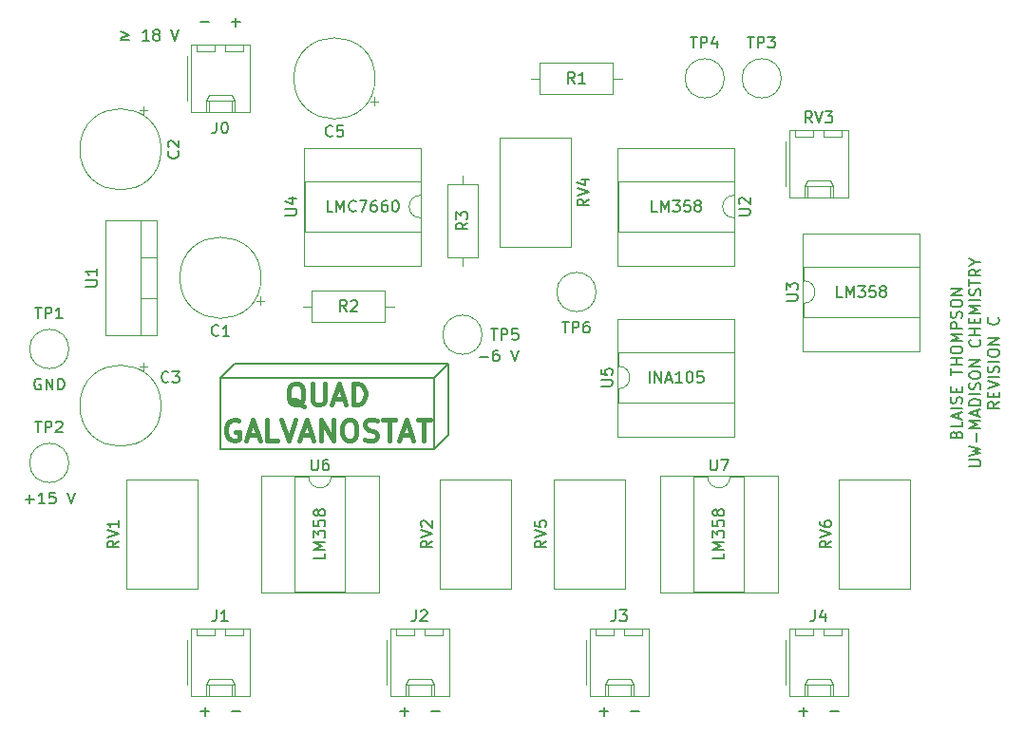
<source format=gbr>
From 30c90e7349294ab25481bf4996bca3b7374fb16f Mon Sep 17 00:00:00 2001
From: Blaise Thompson <blaise@untzag.com>
Date: Wed, 29 Jan 2020 16:14:24 -0600
Subject: 4.0.0

---
 PCB/gerber/galvanostat-F_SilkS.gbr | 2416 ------------------------------------
 1 file changed, 2416 deletions(-)
 delete mode 100644 PCB/gerber/galvanostat-F_SilkS.gbr

(limited to 'PCB/gerber/galvanostat-F_SilkS.gbr')

diff --git a/PCB/gerber/galvanostat-F_SilkS.gbr b/PCB/gerber/galvanostat-F_SilkS.gbr
deleted file mode 100644
index e7eb511..0000000
--- a/PCB/gerber/galvanostat-F_SilkS.gbr
+++ /dev/null
@@ -1,2416 +0,0 @@
-G04 #@! TF.GenerationSoftware,KiCad,Pcbnew,5.1.2+dfsg1-1*
-G04 #@! TF.CreationDate,2019-06-11T14:10:43-05:00*
-G04 #@! TF.ProjectId,galvanostat,67616c76-616e-46f7-9374-61742e6b6963,C*
-G04 #@! TF.SameCoordinates,Original*
-G04 #@! TF.FileFunction,Legend,Top*
-G04 #@! TF.FilePolarity,Positive*
-%FSLAX46Y46*%
-G04 Gerber Fmt 4.6, Leading zero omitted, Abs format (unit mm)*
-G04 Created by KiCad (PCBNEW 5.1.2+dfsg1-1) date 2019-06-11 14:10:43*
-%MOMM*%
-%LPD*%
-G04 APERTURE LIST*
-%ADD10C,0.150000*%
-%ADD11C,0.381000*%
-%ADD12C,0.120000*%
-G04 APERTURE END LIST*
-D10*
-X106680000Y-77470000D02*
-X107950000Y-76200000D01*
-X88900000Y-76200000D02*
-X87630000Y-77470000D01*
-X107950000Y-76200000D02*
-X88900000Y-76200000D01*
-X107950000Y-82550000D02*
-X107950000Y-76200000D01*
-X106680000Y-83820000D02*
-X107950000Y-82550000D01*
-X125889047Y-77922380D02*
-X125889047Y-76922380D01*
-X126365238Y-77922380D02*
-X126365238Y-76922380D01*
-X126936666Y-77922380D01*
-X126936666Y-76922380D01*
-X127365238Y-77636666D02*
-X127841428Y-77636666D01*
-X127270000Y-77922380D02*
-X127603333Y-76922380D01*
-X127936666Y-77922380D01*
-X128793809Y-77922380D02*
-X128222380Y-77922380D01*
-X128508095Y-77922380D02*
-X128508095Y-76922380D01*
-X128412857Y-77065238D01*
-X128317619Y-77160476D01*
-X128222380Y-77208095D01*
-X129412857Y-76922380D02*
-X129508095Y-76922380D01*
-X129603333Y-76970000D01*
-X129650952Y-77017619D01*
-X129698571Y-77112857D01*
-X129746190Y-77303333D01*
-X129746190Y-77541428D01*
-X129698571Y-77731904D01*
-X129650952Y-77827142D01*
-X129603333Y-77874761D01*
-X129508095Y-77922380D01*
-X129412857Y-77922380D01*
-X129317619Y-77874761D01*
-X129270000Y-77827142D01*
-X129222380Y-77731904D01*
-X129174761Y-77541428D01*
-X129174761Y-77303333D01*
-X129222380Y-77112857D01*
-X129270000Y-77017619D01*
-X129317619Y-76970000D01*
-X129412857Y-76922380D01*
-X130650952Y-76922380D02*
-X130174761Y-76922380D01*
-X130127142Y-77398571D01*
-X130174761Y-77350952D01*
-X130270000Y-77303333D01*
-X130508095Y-77303333D01*
-X130603333Y-77350952D01*
-X130650952Y-77398571D01*
-X130698571Y-77493809D01*
-X130698571Y-77731904D01*
-X130650952Y-77827142D01*
-X130603333Y-77874761D01*
-X130508095Y-77922380D01*
-X130270000Y-77922380D01*
-X130174761Y-77874761D01*
-X130127142Y-77827142D01*
-X97663333Y-62682380D02*
-X97187142Y-62682380D01*
-X97187142Y-61682380D01*
-X97996666Y-62682380D02*
-X97996666Y-61682380D01*
-X98330000Y-62396666D01*
-X98663333Y-61682380D01*
-X98663333Y-62682380D01*
-X99710952Y-62587142D02*
-X99663333Y-62634761D01*
-X99520476Y-62682380D01*
-X99425238Y-62682380D01*
-X99282380Y-62634761D01*
-X99187142Y-62539523D01*
-X99139523Y-62444285D01*
-X99091904Y-62253809D01*
-X99091904Y-62110952D01*
-X99139523Y-61920476D01*
-X99187142Y-61825238D01*
-X99282380Y-61730000D01*
-X99425238Y-61682380D01*
-X99520476Y-61682380D01*
-X99663333Y-61730000D01*
-X99710952Y-61777619D01*
-X100044285Y-61682380D02*
-X100710952Y-61682380D01*
-X100282380Y-62682380D01*
-X101520476Y-61682380D02*
-X101330000Y-61682380D01*
-X101234761Y-61730000D01*
-X101187142Y-61777619D01*
-X101091904Y-61920476D01*
-X101044285Y-62110952D01*
-X101044285Y-62491904D01*
-X101091904Y-62587142D01*
-X101139523Y-62634761D01*
-X101234761Y-62682380D01*
-X101425238Y-62682380D01*
-X101520476Y-62634761D01*
-X101568095Y-62587142D01*
-X101615714Y-62491904D01*
-X101615714Y-62253809D01*
-X101568095Y-62158571D01*
-X101520476Y-62110952D01*
-X101425238Y-62063333D01*
-X101234761Y-62063333D01*
-X101139523Y-62110952D01*
-X101091904Y-62158571D01*
-X101044285Y-62253809D01*
-X102472857Y-61682380D02*
-X102282380Y-61682380D01*
-X102187142Y-61730000D01*
-X102139523Y-61777619D01*
-X102044285Y-61920476D01*
-X101996666Y-62110952D01*
-X101996666Y-62491904D01*
-X102044285Y-62587142D01*
-X102091904Y-62634761D01*
-X102187142Y-62682380D01*
-X102377619Y-62682380D01*
-X102472857Y-62634761D01*
-X102520476Y-62587142D01*
-X102568095Y-62491904D01*
-X102568095Y-62253809D01*
-X102520476Y-62158571D01*
-X102472857Y-62110952D01*
-X102377619Y-62063333D01*
-X102187142Y-62063333D01*
-X102091904Y-62110952D01*
-X102044285Y-62158571D01*
-X101996666Y-62253809D01*
-X103187142Y-61682380D02*
-X103282380Y-61682380D01*
-X103377619Y-61730000D01*
-X103425238Y-61777619D01*
-X103472857Y-61872857D01*
-X103520476Y-62063333D01*
-X103520476Y-62301428D01*
-X103472857Y-62491904D01*
-X103425238Y-62587142D01*
-X103377619Y-62634761D01*
-X103282380Y-62682380D01*
-X103187142Y-62682380D01*
-X103091904Y-62634761D01*
-X103044285Y-62587142D01*
-X102996666Y-62491904D01*
-X102949047Y-62301428D01*
-X102949047Y-62063333D01*
-X102996666Y-61872857D01*
-X103044285Y-61777619D01*
-X103091904Y-61730000D01*
-X103187142Y-61682380D01*
-X143089523Y-70302380D02*
-X142613333Y-70302380D01*
-X142613333Y-69302380D01*
-X143422857Y-70302380D02*
-X143422857Y-69302380D01*
-X143756190Y-70016666D01*
-X144089523Y-69302380D01*
-X144089523Y-70302380D01*
-X144470476Y-69302380D02*
-X145089523Y-69302380D01*
-X144756190Y-69683333D01*
-X144899047Y-69683333D01*
-X144994285Y-69730952D01*
-X145041904Y-69778571D01*
-X145089523Y-69873809D01*
-X145089523Y-70111904D01*
-X145041904Y-70207142D01*
-X144994285Y-70254761D01*
-X144899047Y-70302380D01*
-X144613333Y-70302380D01*
-X144518095Y-70254761D01*
-X144470476Y-70207142D01*
-X145994285Y-69302380D02*
-X145518095Y-69302380D01*
-X145470476Y-69778571D01*
-X145518095Y-69730952D01*
-X145613333Y-69683333D01*
-X145851428Y-69683333D01*
-X145946666Y-69730952D01*
-X145994285Y-69778571D01*
-X146041904Y-69873809D01*
-X146041904Y-70111904D01*
-X145994285Y-70207142D01*
-X145946666Y-70254761D01*
-X145851428Y-70302380D01*
-X145613333Y-70302380D01*
-X145518095Y-70254761D01*
-X145470476Y-70207142D01*
-X146613333Y-69730952D02*
-X146518095Y-69683333D01*
-X146470476Y-69635714D01*
-X146422857Y-69540476D01*
-X146422857Y-69492857D01*
-X146470476Y-69397619D01*
-X146518095Y-69350000D01*
-X146613333Y-69302380D01*
-X146803809Y-69302380D01*
-X146899047Y-69350000D01*
-X146946666Y-69397619D01*
-X146994285Y-69492857D01*
-X146994285Y-69540476D01*
-X146946666Y-69635714D01*
-X146899047Y-69683333D01*
-X146803809Y-69730952D01*
-X146613333Y-69730952D01*
-X146518095Y-69778571D01*
-X146470476Y-69826190D01*
-X146422857Y-69921428D01*
-X146422857Y-70111904D01*
-X146470476Y-70207142D01*
-X146518095Y-70254761D01*
-X146613333Y-70302380D01*
-X146803809Y-70302380D01*
-X146899047Y-70254761D01*
-X146946666Y-70207142D01*
-X146994285Y-70111904D01*
-X146994285Y-69921428D01*
-X146946666Y-69826190D01*
-X146899047Y-69778571D01*
-X146803809Y-69730952D01*
-X126579523Y-62682380D02*
-X126103333Y-62682380D01*
-X126103333Y-61682380D01*
-X126912857Y-62682380D02*
-X126912857Y-61682380D01*
-X127246190Y-62396666D01*
-X127579523Y-61682380D01*
-X127579523Y-62682380D01*
-X127960476Y-61682380D02*
-X128579523Y-61682380D01*
-X128246190Y-62063333D01*
-X128389047Y-62063333D01*
-X128484285Y-62110952D01*
-X128531904Y-62158571D01*
-X128579523Y-62253809D01*
-X128579523Y-62491904D01*
-X128531904Y-62587142D01*
-X128484285Y-62634761D01*
-X128389047Y-62682380D01*
-X128103333Y-62682380D01*
-X128008095Y-62634761D01*
-X127960476Y-62587142D01*
-X129484285Y-61682380D02*
-X129008095Y-61682380D01*
-X128960476Y-62158571D01*
-X129008095Y-62110952D01*
-X129103333Y-62063333D01*
-X129341428Y-62063333D01*
-X129436666Y-62110952D01*
-X129484285Y-62158571D01*
-X129531904Y-62253809D01*
-X129531904Y-62491904D01*
-X129484285Y-62587142D01*
-X129436666Y-62634761D01*
-X129341428Y-62682380D01*
-X129103333Y-62682380D01*
-X129008095Y-62634761D01*
-X128960476Y-62587142D01*
-X130103333Y-62110952D02*
-X130008095Y-62063333D01*
-X129960476Y-62015714D01*
-X129912857Y-61920476D01*
-X129912857Y-61872857D01*
-X129960476Y-61777619D01*
-X130008095Y-61730000D01*
-X130103333Y-61682380D01*
-X130293809Y-61682380D01*
-X130389047Y-61730000D01*
-X130436666Y-61777619D01*
-X130484285Y-61872857D01*
-X130484285Y-61920476D01*
-X130436666Y-62015714D01*
-X130389047Y-62063333D01*
-X130293809Y-62110952D01*
-X130103333Y-62110952D01*
-X130008095Y-62158571D01*
-X129960476Y-62206190D01*
-X129912857Y-62301428D01*
-X129912857Y-62491904D01*
-X129960476Y-62587142D01*
-X130008095Y-62634761D01*
-X130103333Y-62682380D01*
-X130293809Y-62682380D01*
-X130389047Y-62634761D01*
-X130436666Y-62587142D01*
-X130484285Y-62491904D01*
-X130484285Y-62301428D01*
-X130436666Y-62206190D01*
-X130389047Y-62158571D01*
-X130293809Y-62110952D01*
-X96972380Y-93130476D02*
-X96972380Y-93606666D01*
-X95972380Y-93606666D01*
-X96972380Y-92797142D02*
-X95972380Y-92797142D01*
-X96686666Y-92463809D01*
-X95972380Y-92130476D01*
-X96972380Y-92130476D01*
-X95972380Y-91749523D02*
-X95972380Y-91130476D01*
-X96353333Y-91463809D01*
-X96353333Y-91320952D01*
-X96400952Y-91225714D01*
-X96448571Y-91178095D01*
-X96543809Y-91130476D01*
-X96781904Y-91130476D01*
-X96877142Y-91178095D01*
-X96924761Y-91225714D01*
-X96972380Y-91320952D01*
-X96972380Y-91606666D01*
-X96924761Y-91701904D01*
-X96877142Y-91749523D01*
-X95972380Y-90225714D02*
-X95972380Y-90701904D01*
-X96448571Y-90749523D01*
-X96400952Y-90701904D01*
-X96353333Y-90606666D01*
-X96353333Y-90368571D01*
-X96400952Y-90273333D01*
-X96448571Y-90225714D01*
-X96543809Y-90178095D01*
-X96781904Y-90178095D01*
-X96877142Y-90225714D01*
-X96924761Y-90273333D01*
-X96972380Y-90368571D01*
-X96972380Y-90606666D01*
-X96924761Y-90701904D01*
-X96877142Y-90749523D01*
-X96400952Y-89606666D02*
-X96353333Y-89701904D01*
-X96305714Y-89749523D01*
-X96210476Y-89797142D01*
-X96162857Y-89797142D01*
-X96067619Y-89749523D01*
-X96020000Y-89701904D01*
-X95972380Y-89606666D01*
-X95972380Y-89416190D01*
-X96020000Y-89320952D01*
-X96067619Y-89273333D01*
-X96162857Y-89225714D01*
-X96210476Y-89225714D01*
-X96305714Y-89273333D01*
-X96353333Y-89320952D01*
-X96400952Y-89416190D01*
-X96400952Y-89606666D01*
-X96448571Y-89701904D01*
-X96496190Y-89749523D01*
-X96591428Y-89797142D01*
-X96781904Y-89797142D01*
-X96877142Y-89749523D01*
-X96924761Y-89701904D01*
-X96972380Y-89606666D01*
-X96972380Y-89416190D01*
-X96924761Y-89320952D01*
-X96877142Y-89273333D01*
-X96781904Y-89225714D01*
-X96591428Y-89225714D01*
-X96496190Y-89273333D01*
-X96448571Y-89320952D01*
-X96400952Y-89416190D01*
-X132532380Y-93130476D02*
-X132532380Y-93606666D01*
-X131532380Y-93606666D01*
-X132532380Y-92797142D02*
-X131532380Y-92797142D01*
-X132246666Y-92463809D01*
-X131532380Y-92130476D01*
-X132532380Y-92130476D01*
-X131532380Y-91749523D02*
-X131532380Y-91130476D01*
-X131913333Y-91463809D01*
-X131913333Y-91320952D01*
-X131960952Y-91225714D01*
-X132008571Y-91178095D01*
-X132103809Y-91130476D01*
-X132341904Y-91130476D01*
-X132437142Y-91178095D01*
-X132484761Y-91225714D01*
-X132532380Y-91320952D01*
-X132532380Y-91606666D01*
-X132484761Y-91701904D01*
-X132437142Y-91749523D01*
-X131532380Y-90225714D02*
-X131532380Y-90701904D01*
-X132008571Y-90749523D01*
-X131960952Y-90701904D01*
-X131913333Y-90606666D01*
-X131913333Y-90368571D01*
-X131960952Y-90273333D01*
-X132008571Y-90225714D01*
-X132103809Y-90178095D01*
-X132341904Y-90178095D01*
-X132437142Y-90225714D01*
-X132484761Y-90273333D01*
-X132532380Y-90368571D01*
-X132532380Y-90606666D01*
-X132484761Y-90701904D01*
-X132437142Y-90749523D01*
-X131960952Y-89606666D02*
-X131913333Y-89701904D01*
-X131865714Y-89749523D01*
-X131770476Y-89797142D01*
-X131722857Y-89797142D01*
-X131627619Y-89749523D01*
-X131580000Y-89701904D01*
-X131532380Y-89606666D01*
-X131532380Y-89416190D01*
-X131580000Y-89320952D01*
-X131627619Y-89273333D01*
-X131722857Y-89225714D01*
-X131770476Y-89225714D01*
-X131865714Y-89273333D01*
-X131913333Y-89320952D01*
-X131960952Y-89416190D01*
-X131960952Y-89606666D01*
-X132008571Y-89701904D01*
-X132056190Y-89749523D01*
-X132151428Y-89797142D01*
-X132341904Y-89797142D01*
-X132437142Y-89749523D01*
-X132484761Y-89701904D01*
-X132532380Y-89606666D01*
-X132532380Y-89416190D01*
-X132484761Y-89320952D01*
-X132437142Y-89273333D01*
-X132341904Y-89225714D01*
-X132151428Y-89225714D01*
-X132056190Y-89273333D01*
-X132008571Y-89320952D01*
-X131960952Y-89416190D01*
-X142731904Y-107243571D02*
-X141970000Y-107243571D01*
-X139970000Y-107243571D02*
-X139208095Y-107243571D01*
-X139589047Y-106862619D02*
-X139589047Y-107624523D01*
-X124951904Y-107243571D02*
-X124190000Y-107243571D01*
-X122190000Y-107243571D02*
-X121428095Y-107243571D01*
-X121809047Y-106862619D02*
-X121809047Y-107624523D01*
-X107171904Y-107243571D02*
-X106410000Y-107243571D01*
-X104410000Y-107243571D02*
-X103648095Y-107243571D01*
-X104029047Y-106862619D02*
-X104029047Y-107624523D01*
-X89391904Y-107243571D02*
-X88630000Y-107243571D01*
-X86630000Y-107243571D02*
-X85868095Y-107243571D01*
-X86249047Y-106862619D02*
-X86249047Y-107624523D01*
-X78756190Y-47394761D02*
-X79518095Y-47394761D01*
-X78756190Y-47204285D02*
-X79518095Y-46918571D01*
-X78756190Y-46632857D01*
-X81280000Y-47442380D02*
-X80708571Y-47442380D01*
-X80994285Y-47442380D02*
-X80994285Y-46442380D01*
-X80899047Y-46585238D01*
-X80803809Y-46680476D01*
-X80708571Y-46728095D01*
-X81851428Y-46870952D02*
-X81756190Y-46823333D01*
-X81708571Y-46775714D01*
-X81660952Y-46680476D01*
-X81660952Y-46632857D01*
-X81708571Y-46537619D01*
-X81756190Y-46490000D01*
-X81851428Y-46442380D01*
-X82041904Y-46442380D01*
-X82137142Y-46490000D01*
-X82184761Y-46537619D01*
-X82232380Y-46632857D01*
-X82232380Y-46680476D01*
-X82184761Y-46775714D01*
-X82137142Y-46823333D01*
-X82041904Y-46870952D01*
-X81851428Y-46870952D01*
-X81756190Y-46918571D01*
-X81708571Y-46966190D01*
-X81660952Y-47061428D01*
-X81660952Y-47251904D01*
-X81708571Y-47347142D01*
-X81756190Y-47394761D01*
-X81851428Y-47442380D01*
-X82041904Y-47442380D01*
-X82137142Y-47394761D01*
-X82184761Y-47347142D01*
-X82232380Y-47251904D01*
-X82232380Y-47061428D01*
-X82184761Y-46966190D01*
-X82137142Y-46918571D01*
-X82041904Y-46870952D01*
-X83280000Y-46442380D02*
-X83613333Y-47442380D01*
-X83946666Y-46442380D01*
-X85868095Y-45791428D02*
-X86630000Y-45791428D01*
-X88630000Y-45791428D02*
-X89391904Y-45791428D01*
-X89010952Y-46172380D02*
-X89010952Y-45410476D01*
-X87630000Y-77470000D02*
-X87630000Y-83820000D01*
-X106680000Y-77470000D02*
-X87630000Y-77470000D01*
-X106680000Y-83820000D02*
-X106680000Y-77470000D01*
-X87630000Y-83820000D02*
-X106680000Y-83820000D01*
-D11*
-X95113928Y-80068964D02*
-X94932500Y-79978250D01*
-X94751071Y-79796821D01*
-X94478928Y-79524678D01*
-X94297500Y-79433964D01*
-X94116071Y-79433964D01*
-X94206785Y-79887535D02*
-X94025357Y-79796821D01*
-X93843928Y-79615392D01*
-X93753214Y-79252535D01*
-X93753214Y-78617535D01*
-X93843928Y-78254678D01*
-X94025357Y-78073250D01*
-X94206785Y-77982535D01*
-X94569642Y-77982535D01*
-X94751071Y-78073250D01*
-X94932500Y-78254678D01*
-X95023214Y-78617535D01*
-X95023214Y-79252535D01*
-X94932500Y-79615392D01*
-X94751071Y-79796821D01*
-X94569642Y-79887535D01*
-X94206785Y-79887535D01*
-X95839642Y-77982535D02*
-X95839642Y-79524678D01*
-X95930357Y-79706107D01*
-X96021071Y-79796821D01*
-X96202500Y-79887535D01*
-X96565357Y-79887535D01*
-X96746785Y-79796821D01*
-X96837500Y-79706107D01*
-X96928214Y-79524678D01*
-X96928214Y-77982535D01*
-X97744642Y-79343250D02*
-X98651785Y-79343250D01*
-X97563214Y-79887535D02*
-X98198214Y-77982535D01*
-X98833214Y-79887535D01*
-X99468214Y-79887535D02*
-X99468214Y-77982535D01*
-X99921785Y-77982535D01*
-X100193928Y-78073250D01*
-X100375357Y-78254678D01*
-X100466071Y-78436107D01*
-X100556785Y-78798964D01*
-X100556785Y-79071107D01*
-X100466071Y-79433964D01*
-X100375357Y-79615392D01*
-X100193928Y-79796821D01*
-X99921785Y-79887535D01*
-X99468214Y-79887535D01*
-X89262857Y-81311750D02*
-X89081428Y-81221035D01*
-X88809285Y-81221035D01*
-X88537142Y-81311750D01*
-X88355714Y-81493178D01*
-X88265000Y-81674607D01*
-X88174285Y-82037464D01*
-X88174285Y-82309607D01*
-X88265000Y-82672464D01*
-X88355714Y-82853892D01*
-X88537142Y-83035321D01*
-X88809285Y-83126035D01*
-X88990714Y-83126035D01*
-X89262857Y-83035321D01*
-X89353571Y-82944607D01*
-X89353571Y-82309607D01*
-X88990714Y-82309607D01*
-X90079285Y-82581750D02*
-X90986428Y-82581750D01*
-X89897857Y-83126035D02*
-X90532857Y-81221035D01*
-X91167857Y-83126035D01*
-X92710000Y-83126035D02*
-X91802857Y-83126035D01*
-X91802857Y-81221035D01*
-X93072857Y-81221035D02*
-X93707857Y-83126035D01*
-X94342857Y-81221035D01*
-X94887142Y-82581750D02*
-X95794285Y-82581750D01*
-X94705714Y-83126035D02*
-X95340714Y-81221035D01*
-X95975714Y-83126035D01*
-X96610714Y-83126035D02*
-X96610714Y-81221035D01*
-X97699285Y-83126035D01*
-X97699285Y-81221035D01*
-X98969285Y-81221035D02*
-X99332142Y-81221035D01*
-X99513571Y-81311750D01*
-X99695000Y-81493178D01*
-X99785714Y-81856035D01*
-X99785714Y-82491035D01*
-X99695000Y-82853892D01*
-X99513571Y-83035321D01*
-X99332142Y-83126035D01*
-X98969285Y-83126035D01*
-X98787857Y-83035321D01*
-X98606428Y-82853892D01*
-X98515714Y-82491035D01*
-X98515714Y-81856035D01*
-X98606428Y-81493178D01*
-X98787857Y-81311750D01*
-X98969285Y-81221035D01*
-X100511428Y-83035321D02*
-X100783571Y-83126035D01*
-X101237142Y-83126035D01*
-X101418571Y-83035321D01*
-X101509285Y-82944607D01*
-X101600000Y-82763178D01*
-X101600000Y-82581750D01*
-X101509285Y-82400321D01*
-X101418571Y-82309607D01*
-X101237142Y-82218892D01*
-X100874285Y-82128178D01*
-X100692857Y-82037464D01*
-X100602142Y-81946750D01*
-X100511428Y-81765321D01*
-X100511428Y-81583892D01*
-X100602142Y-81402464D01*
-X100692857Y-81311750D01*
-X100874285Y-81221035D01*
-X101327857Y-81221035D01*
-X101600000Y-81311750D01*
-X102144285Y-81221035D02*
-X103232857Y-81221035D01*
-X102688571Y-83126035D02*
-X102688571Y-81221035D01*
-X103777142Y-82581750D02*
-X104684285Y-82581750D01*
-X103595714Y-83126035D02*
-X104230714Y-81221035D01*
-X104865714Y-83126035D01*
-X105228571Y-81221035D02*
-X106317142Y-81221035D01*
-X105772857Y-83126035D02*
-X105772857Y-81221035D01*
-D10*
-X153218571Y-82533333D02*
-X153266190Y-82390476D01*
-X153313809Y-82342857D01*
-X153409047Y-82295238D01*
-X153551904Y-82295238D01*
-X153647142Y-82342857D01*
-X153694761Y-82390476D01*
-X153742380Y-82485714D01*
-X153742380Y-82866666D01*
-X152742380Y-82866666D01*
-X152742380Y-82533333D01*
-X152790000Y-82438095D01*
-X152837619Y-82390476D01*
-X152932857Y-82342857D01*
-X153028095Y-82342857D01*
-X153123333Y-82390476D01*
-X153170952Y-82438095D01*
-X153218571Y-82533333D01*
-X153218571Y-82866666D01*
-X153742380Y-81390476D02*
-X153742380Y-81866666D01*
-X152742380Y-81866666D01*
-X153456666Y-81104761D02*
-X153456666Y-80628571D01*
-X153742380Y-81200000D02*
-X152742380Y-80866666D01*
-X153742380Y-80533333D01*
-X153742380Y-80200000D02*
-X152742380Y-80200000D01*
-X153694761Y-79771428D02*
-X153742380Y-79628571D01*
-X153742380Y-79390476D01*
-X153694761Y-79295238D01*
-X153647142Y-79247619D01*
-X153551904Y-79200000D01*
-X153456666Y-79200000D01*
-X153361428Y-79247619D01*
-X153313809Y-79295238D01*
-X153266190Y-79390476D01*
-X153218571Y-79580952D01*
-X153170952Y-79676190D01*
-X153123333Y-79723809D01*
-X153028095Y-79771428D01*
-X152932857Y-79771428D01*
-X152837619Y-79723809D01*
-X152790000Y-79676190D01*
-X152742380Y-79580952D01*
-X152742380Y-79342857D01*
-X152790000Y-79200000D01*
-X153218571Y-78771428D02*
-X153218571Y-78438095D01*
-X153742380Y-78295238D02*
-X153742380Y-78771428D01*
-X152742380Y-78771428D01*
-X152742380Y-78295238D01*
-X152742380Y-77247619D02*
-X152742380Y-76676190D01*
-X153742380Y-76961904D02*
-X152742380Y-76961904D01*
-X153742380Y-76342857D02*
-X152742380Y-76342857D01*
-X153218571Y-76342857D02*
-X153218571Y-75771428D01*
-X153742380Y-75771428D02*
-X152742380Y-75771428D01*
-X152742380Y-75104761D02*
-X152742380Y-74914285D01*
-X152790000Y-74819047D01*
-X152885238Y-74723809D01*
-X153075714Y-74676190D01*
-X153409047Y-74676190D01*
-X153599523Y-74723809D01*
-X153694761Y-74819047D01*
-X153742380Y-74914285D01*
-X153742380Y-75104761D01*
-X153694761Y-75200000D01*
-X153599523Y-75295238D01*
-X153409047Y-75342857D01*
-X153075714Y-75342857D01*
-X152885238Y-75295238D01*
-X152790000Y-75200000D01*
-X152742380Y-75104761D01*
-X153742380Y-74247619D02*
-X152742380Y-74247619D01*
-X153456666Y-73914285D01*
-X152742380Y-73580952D01*
-X153742380Y-73580952D01*
-X153742380Y-73104761D02*
-X152742380Y-73104761D01*
-X152742380Y-72723809D01*
-X152790000Y-72628571D01*
-X152837619Y-72580952D01*
-X152932857Y-72533333D01*
-X153075714Y-72533333D01*
-X153170952Y-72580952D01*
-X153218571Y-72628571D01*
-X153266190Y-72723809D01*
-X153266190Y-73104761D01*
-X153694761Y-72152380D02*
-X153742380Y-72009523D01*
-X153742380Y-71771428D01*
-X153694761Y-71676190D01*
-X153647142Y-71628571D01*
-X153551904Y-71580952D01*
-X153456666Y-71580952D01*
-X153361428Y-71628571D01*
-X153313809Y-71676190D01*
-X153266190Y-71771428D01*
-X153218571Y-71961904D01*
-X153170952Y-72057142D01*
-X153123333Y-72104761D01*
-X153028095Y-72152380D01*
-X152932857Y-72152380D01*
-X152837619Y-72104761D01*
-X152790000Y-72057142D01*
-X152742380Y-71961904D01*
-X152742380Y-71723809D01*
-X152790000Y-71580952D01*
-X152742380Y-70961904D02*
-X152742380Y-70771428D01*
-X152790000Y-70676190D01*
-X152885238Y-70580952D01*
-X153075714Y-70533333D01*
-X153409047Y-70533333D01*
-X153599523Y-70580952D01*
-X153694761Y-70676190D01*
-X153742380Y-70771428D01*
-X153742380Y-70961904D01*
-X153694761Y-71057142D01*
-X153599523Y-71152380D01*
-X153409047Y-71200000D01*
-X153075714Y-71200000D01*
-X152885238Y-71152380D01*
-X152790000Y-71057142D01*
-X152742380Y-70961904D01*
-X153742380Y-70104761D02*
-X152742380Y-70104761D01*
-X153742380Y-69533333D01*
-X152742380Y-69533333D01*
-X154392380Y-85390476D02*
-X155201904Y-85390476D01*
-X155297142Y-85342857D01*
-X155344761Y-85295238D01*
-X155392380Y-85200000D01*
-X155392380Y-85009523D01*
-X155344761Y-84914285D01*
-X155297142Y-84866666D01*
-X155201904Y-84819047D01*
-X154392380Y-84819047D01*
-X154392380Y-84438095D02*
-X155392380Y-84200000D01*
-X154678095Y-84009523D01*
-X155392380Y-83819047D01*
-X154392380Y-83580952D01*
-X155011428Y-83200000D02*
-X155011428Y-82438095D01*
-X155392380Y-81961904D02*
-X154392380Y-81961904D01*
-X155106666Y-81628571D01*
-X154392380Y-81295238D01*
-X155392380Y-81295238D01*
-X155106666Y-80866666D02*
-X155106666Y-80390476D01*
-X155392380Y-80961904D02*
-X154392380Y-80628571D01*
-X155392380Y-80295238D01*
-X155392380Y-79961904D02*
-X154392380Y-79961904D01*
-X154392380Y-79723809D01*
-X154440000Y-79580952D01*
-X154535238Y-79485714D01*
-X154630476Y-79438095D01*
-X154820952Y-79390476D01*
-X154963809Y-79390476D01*
-X155154285Y-79438095D01*
-X155249523Y-79485714D01*
-X155344761Y-79580952D01*
-X155392380Y-79723809D01*
-X155392380Y-79961904D01*
-X155392380Y-78961904D02*
-X154392380Y-78961904D01*
-X155344761Y-78533333D02*
-X155392380Y-78390476D01*
-X155392380Y-78152380D01*
-X155344761Y-78057142D01*
-X155297142Y-78009523D01*
-X155201904Y-77961904D01*
-X155106666Y-77961904D01*
-X155011428Y-78009523D01*
-X154963809Y-78057142D01*
-X154916190Y-78152380D01*
-X154868571Y-78342857D01*
-X154820952Y-78438095D01*
-X154773333Y-78485714D01*
-X154678095Y-78533333D01*
-X154582857Y-78533333D01*
-X154487619Y-78485714D01*
-X154440000Y-78438095D01*
-X154392380Y-78342857D01*
-X154392380Y-78104761D01*
-X154440000Y-77961904D01*
-X154392380Y-77342857D02*
-X154392380Y-77152380D01*
-X154440000Y-77057142D01*
-X154535238Y-76961904D01*
-X154725714Y-76914285D01*
-X155059047Y-76914285D01*
-X155249523Y-76961904D01*
-X155344761Y-77057142D01*
-X155392380Y-77152380D01*
-X155392380Y-77342857D01*
-X155344761Y-77438095D01*
-X155249523Y-77533333D01*
-X155059047Y-77580952D01*
-X154725714Y-77580952D01*
-X154535238Y-77533333D01*
-X154440000Y-77438095D01*
-X154392380Y-77342857D01*
-X155392380Y-76485714D02*
-X154392380Y-76485714D01*
-X155392380Y-75914285D01*
-X154392380Y-75914285D01*
-X155297142Y-74104761D02*
-X155344761Y-74152380D01*
-X155392380Y-74295238D01*
-X155392380Y-74390476D01*
-X155344761Y-74533333D01*
-X155249523Y-74628571D01*
-X155154285Y-74676190D01*
-X154963809Y-74723809D01*
-X154820952Y-74723809D01*
-X154630476Y-74676190D01*
-X154535238Y-74628571D01*
-X154440000Y-74533333D01*
-X154392380Y-74390476D01*
-X154392380Y-74295238D01*
-X154440000Y-74152380D01*
-X154487619Y-74104761D01*
-X155392380Y-73676190D02*
-X154392380Y-73676190D01*
-X154868571Y-73676190D02*
-X154868571Y-73104761D01*
-X155392380Y-73104761D02*
-X154392380Y-73104761D01*
-X154868571Y-72628571D02*
-X154868571Y-72295238D01*
-X155392380Y-72152380D02*
-X155392380Y-72628571D01*
-X154392380Y-72628571D01*
-X154392380Y-72152380D01*
-X155392380Y-71723809D02*
-X154392380Y-71723809D01*
-X155106666Y-71390476D01*
-X154392380Y-71057142D01*
-X155392380Y-71057142D01*
-X155392380Y-70580952D02*
-X154392380Y-70580952D01*
-X155344761Y-70152380D02*
-X155392380Y-70009523D01*
-X155392380Y-69771428D01*
-X155344761Y-69676190D01*
-X155297142Y-69628571D01*
-X155201904Y-69580952D01*
-X155106666Y-69580952D01*
-X155011428Y-69628571D01*
-X154963809Y-69676190D01*
-X154916190Y-69771428D01*
-X154868571Y-69961904D01*
-X154820952Y-70057142D01*
-X154773333Y-70104761D01*
-X154678095Y-70152380D01*
-X154582857Y-70152380D01*
-X154487619Y-70104761D01*
-X154440000Y-70057142D01*
-X154392380Y-69961904D01*
-X154392380Y-69723809D01*
-X154440000Y-69580952D01*
-X154392380Y-69295238D02*
-X154392380Y-68723809D01*
-X155392380Y-69009523D02*
-X154392380Y-69009523D01*
-X155392380Y-67819047D02*
-X154916190Y-68152380D01*
-X155392380Y-68390476D02*
-X154392380Y-68390476D01*
-X154392380Y-68009523D01*
-X154440000Y-67914285D01*
-X154487619Y-67866666D01*
-X154582857Y-67819047D01*
-X154725714Y-67819047D01*
-X154820952Y-67866666D01*
-X154868571Y-67914285D01*
-X154916190Y-68009523D01*
-X154916190Y-68390476D01*
-X154916190Y-67200000D02*
-X155392380Y-67200000D01*
-X154392380Y-67533333D02*
-X154916190Y-67200000D01*
-X154392380Y-66866666D01*
-X157042380Y-79652380D02*
-X156566190Y-79985714D01*
-X157042380Y-80223809D02*
-X156042380Y-80223809D01*
-X156042380Y-79842857D01*
-X156090000Y-79747619D01*
-X156137619Y-79700000D01*
-X156232857Y-79652380D01*
-X156375714Y-79652380D01*
-X156470952Y-79700000D01*
-X156518571Y-79747619D01*
-X156566190Y-79842857D01*
-X156566190Y-80223809D01*
-X156518571Y-79223809D02*
-X156518571Y-78890476D01*
-X157042380Y-78747619D02*
-X157042380Y-79223809D01*
-X156042380Y-79223809D01*
-X156042380Y-78747619D01*
-X156042380Y-78461904D02*
-X157042380Y-78128571D01*
-X156042380Y-77795238D01*
-X157042380Y-77461904D02*
-X156042380Y-77461904D01*
-X156994761Y-77033333D02*
-X157042380Y-76890476D01*
-X157042380Y-76652380D01*
-X156994761Y-76557142D01*
-X156947142Y-76509523D01*
-X156851904Y-76461904D01*
-X156756666Y-76461904D01*
-X156661428Y-76509523D01*
-X156613809Y-76557142D01*
-X156566190Y-76652380D01*
-X156518571Y-76842857D01*
-X156470952Y-76938095D01*
-X156423333Y-76985714D01*
-X156328095Y-77033333D01*
-X156232857Y-77033333D01*
-X156137619Y-76985714D01*
-X156090000Y-76938095D01*
-X156042380Y-76842857D01*
-X156042380Y-76604761D01*
-X156090000Y-76461904D01*
-X157042380Y-76033333D02*
-X156042380Y-76033333D01*
-X156042380Y-75366666D02*
-X156042380Y-75176190D01*
-X156090000Y-75080952D01*
-X156185238Y-74985714D01*
-X156375714Y-74938095D01*
-X156709047Y-74938095D01*
-X156899523Y-74985714D01*
-X156994761Y-75080952D01*
-X157042380Y-75176190D01*
-X157042380Y-75366666D01*
-X156994761Y-75461904D01*
-X156899523Y-75557142D01*
-X156709047Y-75604761D01*
-X156375714Y-75604761D01*
-X156185238Y-75557142D01*
-X156090000Y-75461904D01*
-X156042380Y-75366666D01*
-X157042380Y-74509523D02*
-X156042380Y-74509523D01*
-X157042380Y-73938095D01*
-X156042380Y-73938095D01*
-X156947142Y-72128571D02*
-X156994761Y-72176190D01*
-X157042380Y-72319047D01*
-X157042380Y-72414285D01*
-X156994761Y-72557142D01*
-X156899523Y-72652380D01*
-X156804285Y-72700000D01*
-X156613809Y-72747619D01*
-X156470952Y-72747619D01*
-X156280476Y-72700000D01*
-X156185238Y-72652380D01*
-X156090000Y-72557142D01*
-X156042380Y-72414285D01*
-X156042380Y-72319047D01*
-X156090000Y-72176190D01*
-X156137619Y-72128571D01*
-X70247142Y-88336428D02*
-X71009047Y-88336428D01*
-X70628095Y-88717380D02*
-X70628095Y-87955476D01*
-X72009047Y-88717380D02*
-X71437619Y-88717380D01*
-X71723333Y-88717380D02*
-X71723333Y-87717380D01*
-X71628095Y-87860238D01*
-X71532857Y-87955476D01*
-X71437619Y-88003095D01*
-X72913809Y-87717380D02*
-X72437619Y-87717380D01*
-X72390000Y-88193571D01*
-X72437619Y-88145952D01*
-X72532857Y-88098333D01*
-X72770952Y-88098333D01*
-X72866190Y-88145952D01*
-X72913809Y-88193571D01*
-X72961428Y-88288809D01*
-X72961428Y-88526904D01*
-X72913809Y-88622142D01*
-X72866190Y-88669761D01*
-X72770952Y-88717380D01*
-X72532857Y-88717380D01*
-X72437619Y-88669761D01*
-X72390000Y-88622142D01*
-X74009047Y-87717380D02*
-X74342380Y-88717380D01*
-X74675714Y-87717380D01*
-X110728333Y-75636428D02*
-X111490238Y-75636428D01*
-X112395000Y-75017380D02*
-X112204523Y-75017380D01*
-X112109285Y-75065000D01*
-X112061666Y-75112619D01*
-X111966428Y-75255476D01*
-X111918809Y-75445952D01*
-X111918809Y-75826904D01*
-X111966428Y-75922142D01*
-X112014047Y-75969761D01*
-X112109285Y-76017380D01*
-X112299761Y-76017380D01*
-X112395000Y-75969761D01*
-X112442619Y-75922142D01*
-X112490238Y-75826904D01*
-X112490238Y-75588809D01*
-X112442619Y-75493571D01*
-X112395000Y-75445952D01*
-X112299761Y-75398333D01*
-X112109285Y-75398333D01*
-X112014047Y-75445952D01*
-X111966428Y-75493571D01*
-X111918809Y-75588809D01*
-X113537857Y-75017380D02*
-X113871190Y-76017380D01*
-X114204523Y-75017380D01*
-X71628095Y-77605000D02*
-X71532857Y-77557380D01*
-X71390000Y-77557380D01*
-X71247142Y-77605000D01*
-X71151904Y-77700238D01*
-X71104285Y-77795476D01*
-X71056666Y-77985952D01*
-X71056666Y-78128809D01*
-X71104285Y-78319285D01*
-X71151904Y-78414523D01*
-X71247142Y-78509761D01*
-X71390000Y-78557380D01*
-X71485238Y-78557380D01*
-X71628095Y-78509761D01*
-X71675714Y-78462142D01*
-X71675714Y-78128809D01*
-X71485238Y-78128809D01*
-X72104285Y-78557380D02*
-X72104285Y-77557380D01*
-X72675714Y-78557380D01*
-X72675714Y-77557380D01*
-X73151904Y-78557380D02*
-X73151904Y-77557380D01*
-X73390000Y-77557380D01*
-X73532857Y-77605000D01*
-X73628095Y-77700238D01*
-X73675714Y-77795476D01*
-X73723333Y-77985952D01*
-X73723333Y-78128809D01*
-X73675714Y-78319285D01*
-X73628095Y-78414523D01*
-X73532857Y-78509761D01*
-X73390000Y-78557380D01*
-X73151904Y-78557380D01*
-D12*
-X125260000Y-100440000D02*
-X125260000Y-99840000D01*
-X123660000Y-100440000D02*
-X125260000Y-100440000D01*
-X123660000Y-99840000D02*
-X123660000Y-100440000D01*
-X122720000Y-100440000D02*
-X122720000Y-99840000D01*
-X121120000Y-100440000D02*
-X122720000Y-100440000D01*
-X121120000Y-99840000D02*
-X121120000Y-100440000D01*
-X124210000Y-105860000D02*
-X124210000Y-104860000D01*
-X122170000Y-105860000D02*
-X122170000Y-104860000D01*
-X124210000Y-104330000D02*
-X124460000Y-104860000D01*
-X122170000Y-104330000D02*
-X124210000Y-104330000D01*
-X121920000Y-104860000D02*
-X122170000Y-104330000D01*
-X124460000Y-104860000D02*
-X124460000Y-105860000D01*
-X121920000Y-104860000D02*
-X124460000Y-104860000D01*
-X121920000Y-105860000D02*
-X121920000Y-104860000D01*
-X120250000Y-100870000D02*
-X120250000Y-104870000D01*
-X125840000Y-99840000D02*
-X120540000Y-99840000D01*
-X125840000Y-105860000D02*
-X125840000Y-99840000D01*
-X120540000Y-105860000D02*
-X125840000Y-105860000D01*
-X120540000Y-99840000D02*
-X120540000Y-105860000D01*
-X137330000Y-86240000D02*
-X126830000Y-86240000D01*
-X137330000Y-96640000D02*
-X137330000Y-86240000D01*
-X126830000Y-96640000D02*
-X137330000Y-96640000D01*
-X126830000Y-86240000D02*
-X126830000Y-96640000D01*
-X134330000Y-86300000D02*
-X133080000Y-86300000D01*
-X134330000Y-96580000D02*
-X134330000Y-86300000D01*
-X129830000Y-96580000D02*
-X134330000Y-96580000D01*
-X129830000Y-86300000D02*
-X129830000Y-96580000D01*
-X131080000Y-86300000D02*
-X129830000Y-86300000D01*
-X133080000Y-86300000D02*
-G75*
-G02X131080000Y-86300000I-1000000J0D01*
-G01*
-X142750000Y-86555000D02*
-X149090000Y-86555000D01*
-X142750000Y-96325000D02*
-X149090000Y-96325000D01*
-X149090000Y-96325000D02*
-X149090000Y-86555000D01*
-X142750000Y-96325000D02*
-X142750000Y-86555000D01*
-X117350000Y-86555000D02*
-X123690000Y-86555000D01*
-X117350000Y-96325000D02*
-X123690000Y-96325000D01*
-X123690000Y-96325000D02*
-X123690000Y-86555000D01*
-X117350000Y-96325000D02*
-X117350000Y-86555000D01*
-X143040000Y-100440000D02*
-X143040000Y-99840000D01*
-X141440000Y-100440000D02*
-X143040000Y-100440000D01*
-X141440000Y-99840000D02*
-X141440000Y-100440000D01*
-X140500000Y-100440000D02*
-X140500000Y-99840000D01*
-X138900000Y-100440000D02*
-X140500000Y-100440000D01*
-X138900000Y-99840000D02*
-X138900000Y-100440000D01*
-X141990000Y-105860000D02*
-X141990000Y-104860000D01*
-X139950000Y-105860000D02*
-X139950000Y-104860000D01*
-X141990000Y-104330000D02*
-X142240000Y-104860000D01*
-X139950000Y-104330000D02*
-X141990000Y-104330000D01*
-X139700000Y-104860000D02*
-X139950000Y-104330000D01*
-X142240000Y-104860000D02*
-X142240000Y-105860000D01*
-X139700000Y-104860000D02*
-X142240000Y-104860000D01*
-X139700000Y-105860000D02*
-X139700000Y-104860000D01*
-X138030000Y-100870000D02*
-X138030000Y-104870000D01*
-X143620000Y-99840000D02*
-X138320000Y-99840000D01*
-X143620000Y-105860000D02*
-X143620000Y-99840000D01*
-X138320000Y-105860000D02*
-X143620000Y-105860000D01*
-X138320000Y-99840000D02*
-X138320000Y-105860000D01*
-X105530000Y-67480000D02*
-X105530000Y-56980000D01*
-X95130000Y-67480000D02*
-X105530000Y-67480000D01*
-X95130000Y-56980000D02*
-X95130000Y-67480000D01*
-X105530000Y-56980000D02*
-X95130000Y-56980000D01*
-X105470000Y-64480000D02*
-X105470000Y-63230000D01*
-X95190000Y-64480000D02*
-X105470000Y-64480000D01*
-X95190000Y-59980000D02*
-X95190000Y-64480000D01*
-X105470000Y-59980000D02*
-X95190000Y-59980000D01*
-X105470000Y-61230000D02*
-X105470000Y-59980000D01*
-X105470000Y-63230000D02*
-G75*
-G02X105470000Y-61230000I0J1000000D01*
-G01*
-X82360000Y-57130000D02*
-G75*
-G03X82360000Y-57130000I-3620000J0D01*
-G01*
-X80775000Y-53255277D02*
-X80775000Y-53955277D01*
-X81125000Y-53605277D02*
-X80425000Y-53605277D01*
-X81125000Y-76465277D02*
-X80425000Y-76465277D01*
-X80775000Y-76115277D02*
-X80775000Y-76815277D01*
-X82360000Y-79990000D02*
-G75*
-G03X82360000Y-79990000I-3620000J0D01*
-G01*
-X107190000Y-86555000D02*
-X113530000Y-86555000D01*
-X107190000Y-96325000D02*
-X113530000Y-96325000D01*
-X113530000Y-96325000D02*
-X113530000Y-86555000D01*
-X107190000Y-96325000D02*
-X107190000Y-86555000D01*
-X79250000Y-96325000D02*
-X79250000Y-86555000D01*
-X85590000Y-96325000D02*
-X85590000Y-86555000D01*
-X79250000Y-96325000D02*
-X85590000Y-96325000D01*
-X79250000Y-86555000D02*
-X85590000Y-86555000D01*
-X101430000Y-50800000D02*
-G75*
-G03X101430000Y-50800000I-3620000J0D01*
-G01*
-X101684723Y-52835000D02*
-X100984723Y-52835000D01*
-X101334723Y-53185000D02*
-X101334723Y-52485000D01*
-X118870000Y-56075000D02*
-X118870000Y-65845000D01*
-X112530000Y-56075000D02*
-X112530000Y-65845000D01*
-X118870000Y-56075000D02*
-X112530000Y-56075000D01*
-X118870000Y-65845000D02*
-X112530000Y-65845000D01*
-X89700000Y-48370000D02*
-X89700000Y-47770000D01*
-X88100000Y-48370000D02*
-X89700000Y-48370000D01*
-X88100000Y-47770000D02*
-X88100000Y-48370000D01*
-X87160000Y-48370000D02*
-X87160000Y-47770000D01*
-X85560000Y-48370000D02*
-X87160000Y-48370000D01*
-X85560000Y-47770000D02*
-X85560000Y-48370000D01*
-X88650000Y-53790000D02*
-X88650000Y-52790000D01*
-X86610000Y-53790000D02*
-X86610000Y-52790000D01*
-X88650000Y-52260000D02*
-X88900000Y-52790000D01*
-X86610000Y-52260000D02*
-X88650000Y-52260000D01*
-X86360000Y-52790000D02*
-X86610000Y-52260000D01*
-X88900000Y-52790000D02*
-X88900000Y-53790000D01*
-X86360000Y-52790000D02*
-X88900000Y-52790000D01*
-X86360000Y-53790000D02*
-X86360000Y-52790000D01*
-X84690000Y-48800000D02*
-X84690000Y-52800000D01*
-X90280000Y-47770000D02*
-X84980000Y-47770000D01*
-X90280000Y-53790000D02*
-X90280000Y-47770000D01*
-X84980000Y-53790000D02*
-X90280000Y-53790000D01*
-X84980000Y-47770000D02*
-X84980000Y-53790000D01*
-X84980000Y-99840000D02*
-X84980000Y-105860000D01*
-X84980000Y-105860000D02*
-X90280000Y-105860000D01*
-X90280000Y-105860000D02*
-X90280000Y-99840000D01*
-X90280000Y-99840000D02*
-X84980000Y-99840000D01*
-X84690000Y-100870000D02*
-X84690000Y-104870000D01*
-X86360000Y-105860000D02*
-X86360000Y-104860000D01*
-X86360000Y-104860000D02*
-X88900000Y-104860000D01*
-X88900000Y-104860000D02*
-X88900000Y-105860000D01*
-X86360000Y-104860000D02*
-X86610000Y-104330000D01*
-X86610000Y-104330000D02*
-X88650000Y-104330000D01*
-X88650000Y-104330000D02*
-X88900000Y-104860000D01*
-X86610000Y-105860000D02*
-X86610000Y-104860000D01*
-X88650000Y-105860000D02*
-X88650000Y-104860000D01*
-X85560000Y-99840000D02*
-X85560000Y-100440000D01*
-X85560000Y-100440000D02*
-X87160000Y-100440000D01*
-X87160000Y-100440000D02*
-X87160000Y-99840000D01*
-X88100000Y-99840000D02*
-X88100000Y-100440000D01*
-X88100000Y-100440000D02*
-X89700000Y-100440000D01*
-X89700000Y-100440000D02*
-X89700000Y-99840000D01*
-X102760000Y-99840000D02*
-X102760000Y-105860000D01*
-X102760000Y-105860000D02*
-X108060000Y-105860000D01*
-X108060000Y-105860000D02*
-X108060000Y-99840000D01*
-X108060000Y-99840000D02*
-X102760000Y-99840000D01*
-X102470000Y-100870000D02*
-X102470000Y-104870000D01*
-X104140000Y-105860000D02*
-X104140000Y-104860000D01*
-X104140000Y-104860000D02*
-X106680000Y-104860000D01*
-X106680000Y-104860000D02*
-X106680000Y-105860000D01*
-X104140000Y-104860000D02*
-X104390000Y-104330000D01*
-X104390000Y-104330000D02*
-X106430000Y-104330000D01*
-X106430000Y-104330000D02*
-X106680000Y-104860000D01*
-X104390000Y-105860000D02*
-X104390000Y-104860000D01*
-X106430000Y-105860000D02*
-X106430000Y-104860000D01*
-X103340000Y-99840000D02*
-X103340000Y-100440000D01*
-X103340000Y-100440000D02*
-X104940000Y-100440000D01*
-X104940000Y-100440000D02*
-X104940000Y-99840000D01*
-X105880000Y-99840000D02*
-X105880000Y-100440000D01*
-X105880000Y-100440000D02*
-X107480000Y-100440000D01*
-X107480000Y-100440000D02*
-X107480000Y-99840000D01*
-X143040000Y-55990000D02*
-X143040000Y-55390000D01*
-X141440000Y-55990000D02*
-X143040000Y-55990000D01*
-X141440000Y-55390000D02*
-X141440000Y-55990000D01*
-X140500000Y-55990000D02*
-X140500000Y-55390000D01*
-X138900000Y-55990000D02*
-X140500000Y-55990000D01*
-X138900000Y-55390000D02*
-X138900000Y-55990000D01*
-X141990000Y-61410000D02*
-X141990000Y-60410000D01*
-X139950000Y-61410000D02*
-X139950000Y-60410000D01*
-X141990000Y-59880000D02*
-X142240000Y-60410000D01*
-X139950000Y-59880000D02*
-X141990000Y-59880000D01*
-X139700000Y-60410000D02*
-X139950000Y-59880000D01*
-X142240000Y-60410000D02*
-X142240000Y-61410000D01*
-X139700000Y-60410000D02*
-X142240000Y-60410000D01*
-X139700000Y-61410000D02*
-X139700000Y-60410000D01*
-X138030000Y-56420000D02*
-X138030000Y-60420000D01*
-X143620000Y-55390000D02*
-X138320000Y-55390000D01*
-X143620000Y-61410000D02*
-X143620000Y-55390000D01*
-X138320000Y-61410000D02*
-X143620000Y-61410000D01*
-X138320000Y-55390000D02*
-X138320000Y-61410000D01*
-X91270000Y-68580000D02*
-G75*
-G03X91270000Y-68580000I-3620000J0D01*
-G01*
-X91524723Y-70615000D02*
-X90824723Y-70615000D01*
-X91174723Y-70965000D02*
-X91174723Y-70265000D01*
-X116110000Y-49430000D02*
-X116110000Y-52170000D01*
-X116110000Y-52170000D02*
-X122650000Y-52170000D01*
-X122650000Y-52170000D02*
-X122650000Y-49430000D01*
-X122650000Y-49430000D02*
-X116110000Y-49430000D01*
-X115340000Y-50800000D02*
-X116110000Y-50800000D01*
-X123420000Y-50800000D02*
-X122650000Y-50800000D01*
-X82010000Y-63460000D02*
-X82010000Y-73700000D01*
-X77369000Y-63460000D02*
-X77369000Y-73700000D01*
-X82010000Y-63460000D02*
-X77369000Y-63460000D01*
-X82010000Y-73700000D02*
-X77369000Y-73700000D01*
-X80500000Y-63460000D02*
-X80500000Y-73700000D01*
-X82010000Y-66730000D02*
-X80500000Y-66730000D01*
-X82010000Y-70431000D02*
-X80500000Y-70431000D01*
-X133410000Y-63230000D02*
-G75*
-G02X133410000Y-61230000I0J1000000D01*
-G01*
-X133410000Y-61230000D02*
-X133410000Y-59980000D01*
-X133410000Y-59980000D02*
-X123130000Y-59980000D01*
-X123130000Y-59980000D02*
-X123130000Y-64480000D01*
-X123130000Y-64480000D02*
-X133410000Y-64480000D01*
-X133410000Y-64480000D02*
-X133410000Y-63230000D01*
-X133470000Y-56980000D02*
-X123070000Y-56980000D01*
-X123070000Y-56980000D02*
-X123070000Y-67480000D01*
-X123070000Y-67480000D02*
-X133470000Y-67480000D01*
-X133470000Y-67480000D02*
-X133470000Y-56980000D01*
-X139580000Y-64600000D02*
-X139580000Y-75100000D01*
-X149980000Y-64600000D02*
-X139580000Y-64600000D01*
-X149980000Y-75100000D02*
-X149980000Y-64600000D01*
-X139580000Y-75100000D02*
-X149980000Y-75100000D01*
-X139640000Y-67600000D02*
-X139640000Y-68850000D01*
-X149920000Y-67600000D02*
-X139640000Y-67600000D01*
-X149920000Y-72100000D02*
-X149920000Y-67600000D01*
-X139640000Y-72100000D02*
-X149920000Y-72100000D01*
-X139640000Y-70850000D02*
-X139640000Y-72100000D01*
-X139640000Y-68850000D02*
-G75*
-G02X139640000Y-70850000I0J-1000000D01*
-G01*
-X123130000Y-76470000D02*
-G75*
-G02X123130000Y-78470000I0J-1000000D01*
-G01*
-X123130000Y-78470000D02*
-X123130000Y-79720000D01*
-X123130000Y-79720000D02*
-X133410000Y-79720000D01*
-X133410000Y-79720000D02*
-X133410000Y-75220000D01*
-X133410000Y-75220000D02*
-X123130000Y-75220000D01*
-X123130000Y-75220000D02*
-X123130000Y-76470000D01*
-X123070000Y-82720000D02*
-X133470000Y-82720000D01*
-X133470000Y-82720000D02*
-X133470000Y-72220000D01*
-X133470000Y-72220000D02*
-X123070000Y-72220000D01*
-X123070000Y-72220000D02*
-X123070000Y-82720000D01*
-X97520000Y-86300000D02*
-G75*
-G02X95520000Y-86300000I-1000000J0D01*
-G01*
-X95520000Y-86300000D02*
-X94270000Y-86300000D01*
-X94270000Y-86300000D02*
-X94270000Y-96580000D01*
-X94270000Y-96580000D02*
-X98770000Y-96580000D01*
-X98770000Y-96580000D02*
-X98770000Y-86300000D01*
-X98770000Y-86300000D02*
-X97520000Y-86300000D01*
-X91270000Y-86240000D02*
-X91270000Y-96640000D01*
-X91270000Y-96640000D02*
-X101770000Y-96640000D01*
-X101770000Y-96640000D02*
-X101770000Y-86240000D01*
-X101770000Y-86240000D02*
-X91270000Y-86240000D01*
-X74140000Y-74930000D02*
-G75*
-G03X74140000Y-74930000I-1750000J0D01*
-G01*
-X74140000Y-85090000D02*
-G75*
-G03X74140000Y-85090000I-1750000J0D01*
-G01*
-X137640000Y-50800000D02*
-G75*
-G03X137640000Y-50800000I-1750000J0D01*
-G01*
-X132560000Y-50800000D02*
-G75*
-G03X132560000Y-50800000I-1750000J0D01*
-G01*
-X110970000Y-73660000D02*
-G75*
-G03X110970000Y-73660000I-1750000J0D01*
-G01*
-X121130000Y-69850000D02*
-G75*
-G03X121130000Y-69850000I-1750000J0D01*
-G01*
-X95020000Y-71120000D02*
-X95790000Y-71120000D01*
-X103100000Y-71120000D02*
-X102330000Y-71120000D01*
-X95790000Y-72490000D02*
-X102330000Y-72490000D01*
-X95790000Y-69750000D02*
-X95790000Y-72490000D01*
-X102330000Y-69750000D02*
-X95790000Y-69750000D01*
-X102330000Y-72490000D02*
-X102330000Y-69750000D01*
-X107850000Y-66770000D02*
-X110590000Y-66770000D01*
-X110590000Y-66770000D02*
-X110590000Y-60230000D01*
-X110590000Y-60230000D02*
-X107850000Y-60230000D01*
-X107850000Y-60230000D02*
-X107850000Y-66770000D01*
-X109220000Y-67540000D02*
-X109220000Y-66770000D01*
-X109220000Y-59460000D02*
-X109220000Y-60230000D01*
-D10*
-X122856666Y-98202380D02*
-X122856666Y-98916666D01*
-X122809047Y-99059523D01*
-X122713809Y-99154761D01*
-X122570952Y-99202380D01*
-X122475714Y-99202380D01*
-X123237619Y-98202380D02*
-X123856666Y-98202380D01*
-X123523333Y-98583333D01*
-X123666190Y-98583333D01*
-X123761428Y-98630952D01*
-X123809047Y-98678571D01*
-X123856666Y-98773809D01*
-X123856666Y-99011904D01*
-X123809047Y-99107142D01*
-X123761428Y-99154761D01*
-X123666190Y-99202380D01*
-X123380476Y-99202380D01*
-X123285238Y-99154761D01*
-X123237619Y-99107142D01*
-X131318095Y-84752380D02*
-X131318095Y-85561904D01*
-X131365714Y-85657142D01*
-X131413333Y-85704761D01*
-X131508571Y-85752380D01*
-X131699047Y-85752380D01*
-X131794285Y-85704761D01*
-X131841904Y-85657142D01*
-X131889523Y-85561904D01*
-X131889523Y-84752380D01*
-X132270476Y-84752380D02*
-X132937142Y-84752380D01*
-X132508571Y-85752380D01*
-X142072380Y-92035238D02*
-X141596190Y-92368571D01*
-X142072380Y-92606666D02*
-X141072380Y-92606666D01*
-X141072380Y-92225714D01*
-X141120000Y-92130476D01*
-X141167619Y-92082857D01*
-X141262857Y-92035238D01*
-X141405714Y-92035238D01*
-X141500952Y-92082857D01*
-X141548571Y-92130476D01*
-X141596190Y-92225714D01*
-X141596190Y-92606666D01*
-X141072380Y-91749523D02*
-X142072380Y-91416190D01*
-X141072380Y-91082857D01*
-X141072380Y-90320952D02*
-X141072380Y-90511428D01*
-X141120000Y-90606666D01*
-X141167619Y-90654285D01*
-X141310476Y-90749523D01*
-X141500952Y-90797142D01*
-X141881904Y-90797142D01*
-X141977142Y-90749523D01*
-X142024761Y-90701904D01*
-X142072380Y-90606666D01*
-X142072380Y-90416190D01*
-X142024761Y-90320952D01*
-X141977142Y-90273333D01*
-X141881904Y-90225714D01*
-X141643809Y-90225714D01*
-X141548571Y-90273333D01*
-X141500952Y-90320952D01*
-X141453333Y-90416190D01*
-X141453333Y-90606666D01*
-X141500952Y-90701904D01*
-X141548571Y-90749523D01*
-X141643809Y-90797142D01*
-X116672380Y-92035238D02*
-X116196190Y-92368571D01*
-X116672380Y-92606666D02*
-X115672380Y-92606666D01*
-X115672380Y-92225714D01*
-X115720000Y-92130476D01*
-X115767619Y-92082857D01*
-X115862857Y-92035238D01*
-X116005714Y-92035238D01*
-X116100952Y-92082857D01*
-X116148571Y-92130476D01*
-X116196190Y-92225714D01*
-X116196190Y-92606666D01*
-X115672380Y-91749523D02*
-X116672380Y-91416190D01*
-X115672380Y-91082857D01*
-X115672380Y-90273333D02*
-X115672380Y-90749523D01*
-X116148571Y-90797142D01*
-X116100952Y-90749523D01*
-X116053333Y-90654285D01*
-X116053333Y-90416190D01*
-X116100952Y-90320952D01*
-X116148571Y-90273333D01*
-X116243809Y-90225714D01*
-X116481904Y-90225714D01*
-X116577142Y-90273333D01*
-X116624761Y-90320952D01*
-X116672380Y-90416190D01*
-X116672380Y-90654285D01*
-X116624761Y-90749523D01*
-X116577142Y-90797142D01*
-X140636666Y-98202380D02*
-X140636666Y-98916666D01*
-X140589047Y-99059523D01*
-X140493809Y-99154761D01*
-X140350952Y-99202380D01*
-X140255714Y-99202380D01*
-X141541428Y-98535714D02*
-X141541428Y-99202380D01*
-X141303333Y-98154761D02*
-X141065238Y-98869047D01*
-X141684285Y-98869047D01*
-X93432380Y-62991904D02*
-X94241904Y-62991904D01*
-X94337142Y-62944285D01*
-X94384761Y-62896666D01*
-X94432380Y-62801428D01*
-X94432380Y-62610952D01*
-X94384761Y-62515714D01*
-X94337142Y-62468095D01*
-X94241904Y-62420476D01*
-X93432380Y-62420476D01*
-X93765714Y-61515714D02*
-X94432380Y-61515714D01*
-X93384761Y-61753809D02*
-X94099047Y-61991904D01*
-X94099047Y-61372857D01*
-X83847142Y-57296666D02*
-X83894761Y-57344285D01*
-X83942380Y-57487142D01*
-X83942380Y-57582380D01*
-X83894761Y-57725238D01*
-X83799523Y-57820476D01*
-X83704285Y-57868095D01*
-X83513809Y-57915714D01*
-X83370952Y-57915714D01*
-X83180476Y-57868095D01*
-X83085238Y-57820476D01*
-X82990000Y-57725238D01*
-X82942380Y-57582380D01*
-X82942380Y-57487142D01*
-X82990000Y-57344285D01*
-X83037619Y-57296666D01*
-X83037619Y-56915714D02*
-X82990000Y-56868095D01*
-X82942380Y-56772857D01*
-X82942380Y-56534761D01*
-X82990000Y-56439523D01*
-X83037619Y-56391904D01*
-X83132857Y-56344285D01*
-X83228095Y-56344285D01*
-X83370952Y-56391904D01*
-X83942380Y-56963333D01*
-X83942380Y-56344285D01*
-X83018333Y-77827142D02*
-X82970714Y-77874761D01*
-X82827857Y-77922380D01*
-X82732619Y-77922380D01*
-X82589761Y-77874761D01*
-X82494523Y-77779523D01*
-X82446904Y-77684285D01*
-X82399285Y-77493809D01*
-X82399285Y-77350952D01*
-X82446904Y-77160476D01*
-X82494523Y-77065238D01*
-X82589761Y-76970000D01*
-X82732619Y-76922380D01*
-X82827857Y-76922380D01*
-X82970714Y-76970000D01*
-X83018333Y-77017619D01*
-X83351666Y-76922380D02*
-X83970714Y-76922380D01*
-X83637380Y-77303333D01*
-X83780238Y-77303333D01*
-X83875476Y-77350952D01*
-X83923095Y-77398571D01*
-X83970714Y-77493809D01*
-X83970714Y-77731904D01*
-X83923095Y-77827142D01*
-X83875476Y-77874761D01*
-X83780238Y-77922380D01*
-X83494523Y-77922380D01*
-X83399285Y-77874761D01*
-X83351666Y-77827142D01*
-X106512380Y-92035238D02*
-X106036190Y-92368571D01*
-X106512380Y-92606666D02*
-X105512380Y-92606666D01*
-X105512380Y-92225714D01*
-X105560000Y-92130476D01*
-X105607619Y-92082857D01*
-X105702857Y-92035238D01*
-X105845714Y-92035238D01*
-X105940952Y-92082857D01*
-X105988571Y-92130476D01*
-X106036190Y-92225714D01*
-X106036190Y-92606666D01*
-X105512380Y-91749523D02*
-X106512380Y-91416190D01*
-X105512380Y-91082857D01*
-X105607619Y-90797142D02*
-X105560000Y-90749523D01*
-X105512380Y-90654285D01*
-X105512380Y-90416190D01*
-X105560000Y-90320952D01*
-X105607619Y-90273333D01*
-X105702857Y-90225714D01*
-X105798095Y-90225714D01*
-X105940952Y-90273333D01*
-X106512380Y-90844761D01*
-X106512380Y-90225714D01*
-X78572380Y-92035238D02*
-X78096190Y-92368571D01*
-X78572380Y-92606666D02*
-X77572380Y-92606666D01*
-X77572380Y-92225714D01*
-X77620000Y-92130476D01*
-X77667619Y-92082857D01*
-X77762857Y-92035238D01*
-X77905714Y-92035238D01*
-X78000952Y-92082857D01*
-X78048571Y-92130476D01*
-X78096190Y-92225714D01*
-X78096190Y-92606666D01*
-X77572380Y-91749523D02*
-X78572380Y-91416190D01*
-X77572380Y-91082857D01*
-X78572380Y-90225714D02*
-X78572380Y-90797142D01*
-X78572380Y-90511428D02*
-X77572380Y-90511428D01*
-X77715238Y-90606666D01*
-X77810476Y-90701904D01*
-X77858095Y-90797142D01*
-X97643333Y-55907142D02*
-X97595714Y-55954761D01*
-X97452857Y-56002380D01*
-X97357619Y-56002380D01*
-X97214761Y-55954761D01*
-X97119523Y-55859523D01*
-X97071904Y-55764285D01*
-X97024285Y-55573809D01*
-X97024285Y-55430952D01*
-X97071904Y-55240476D01*
-X97119523Y-55145238D01*
-X97214761Y-55050000D01*
-X97357619Y-55002380D01*
-X97452857Y-55002380D01*
-X97595714Y-55050000D01*
-X97643333Y-55097619D01*
-X98548095Y-55002380D02*
-X98071904Y-55002380D01*
-X98024285Y-55478571D01*
-X98071904Y-55430952D01*
-X98167142Y-55383333D01*
-X98405238Y-55383333D01*
-X98500476Y-55430952D01*
-X98548095Y-55478571D01*
-X98595714Y-55573809D01*
-X98595714Y-55811904D01*
-X98548095Y-55907142D01*
-X98500476Y-55954761D01*
-X98405238Y-56002380D01*
-X98167142Y-56002380D01*
-X98071904Y-55954761D01*
-X98024285Y-55907142D01*
-X120452380Y-61555238D02*
-X119976190Y-61888571D01*
-X120452380Y-62126666D02*
-X119452380Y-62126666D01*
-X119452380Y-61745714D01*
-X119500000Y-61650476D01*
-X119547619Y-61602857D01*
-X119642857Y-61555238D01*
-X119785714Y-61555238D01*
-X119880952Y-61602857D01*
-X119928571Y-61650476D01*
-X119976190Y-61745714D01*
-X119976190Y-62126666D01*
-X119452380Y-61269523D02*
-X120452380Y-60936190D01*
-X119452380Y-60602857D01*
-X119785714Y-59840952D02*
-X120452380Y-59840952D01*
-X119404761Y-60079047D02*
-X120119047Y-60317142D01*
-X120119047Y-59698095D01*
-X87296666Y-54697380D02*
-X87296666Y-55411666D01*
-X87249047Y-55554523D01*
-X87153809Y-55649761D01*
-X87010952Y-55697380D01*
-X86915714Y-55697380D01*
-X87963333Y-54697380D02*
-X88058571Y-54697380D01*
-X88153809Y-54745000D01*
-X88201428Y-54792619D01*
-X88249047Y-54887857D01*
-X88296666Y-55078333D01*
-X88296666Y-55316428D01*
-X88249047Y-55506904D01*
-X88201428Y-55602142D01*
-X88153809Y-55649761D01*
-X88058571Y-55697380D01*
-X87963333Y-55697380D01*
-X87868095Y-55649761D01*
-X87820476Y-55602142D01*
-X87772857Y-55506904D01*
-X87725238Y-55316428D01*
-X87725238Y-55078333D01*
-X87772857Y-54887857D01*
-X87820476Y-54792619D01*
-X87868095Y-54745000D01*
-X87963333Y-54697380D01*
-X87296666Y-98202380D02*
-X87296666Y-98916666D01*
-X87249047Y-99059523D01*
-X87153809Y-99154761D01*
-X87010952Y-99202380D01*
-X86915714Y-99202380D01*
-X88296666Y-99202380D02*
-X87725238Y-99202380D01*
-X88010952Y-99202380D02*
-X88010952Y-98202380D01*
-X87915714Y-98345238D01*
-X87820476Y-98440476D01*
-X87725238Y-98488095D01*
-X105076666Y-98202380D02*
-X105076666Y-98916666D01*
-X105029047Y-99059523D01*
-X104933809Y-99154761D01*
-X104790952Y-99202380D01*
-X104695714Y-99202380D01*
-X105505238Y-98297619D02*
-X105552857Y-98250000D01*
-X105648095Y-98202380D01*
-X105886190Y-98202380D01*
-X105981428Y-98250000D01*
-X106029047Y-98297619D01*
-X106076666Y-98392857D01*
-X106076666Y-98488095D01*
-X106029047Y-98630952D01*
-X105457619Y-99202380D01*
-X106076666Y-99202380D01*
-X140374761Y-54752380D02*
-X140041428Y-54276190D01*
-X139803333Y-54752380D02*
-X139803333Y-53752380D01*
-X140184285Y-53752380D01*
-X140279523Y-53800000D01*
-X140327142Y-53847619D01*
-X140374761Y-53942857D01*
-X140374761Y-54085714D01*
-X140327142Y-54180952D01*
-X140279523Y-54228571D01*
-X140184285Y-54276190D01*
-X139803333Y-54276190D01*
-X140660476Y-53752380D02*
-X140993809Y-54752380D01*
-X141327142Y-53752380D01*
-X141565238Y-53752380D02*
-X142184285Y-53752380D01*
-X141850952Y-54133333D01*
-X141993809Y-54133333D01*
-X142089047Y-54180952D01*
-X142136666Y-54228571D01*
-X142184285Y-54323809D01*
-X142184285Y-54561904D01*
-X142136666Y-54657142D01*
-X142089047Y-54704761D01*
-X141993809Y-54752380D01*
-X141708095Y-54752380D01*
-X141612857Y-54704761D01*
-X141565238Y-54657142D01*
-X87483333Y-73687142D02*
-X87435714Y-73734761D01*
-X87292857Y-73782380D01*
-X87197619Y-73782380D01*
-X87054761Y-73734761D01*
-X86959523Y-73639523D01*
-X86911904Y-73544285D01*
-X86864285Y-73353809D01*
-X86864285Y-73210952D01*
-X86911904Y-73020476D01*
-X86959523Y-72925238D01*
-X87054761Y-72830000D01*
-X87197619Y-72782380D01*
-X87292857Y-72782380D01*
-X87435714Y-72830000D01*
-X87483333Y-72877619D01*
-X88435714Y-73782380D02*
-X87864285Y-73782380D01*
-X88150000Y-73782380D02*
-X88150000Y-72782380D01*
-X88054761Y-72925238D01*
-X87959523Y-73020476D01*
-X87864285Y-73068095D01*
-X119213333Y-51252380D02*
-X118880000Y-50776190D01*
-X118641904Y-51252380D02*
-X118641904Y-50252380D01*
-X119022857Y-50252380D01*
-X119118095Y-50300000D01*
-X119165714Y-50347619D01*
-X119213333Y-50442857D01*
-X119213333Y-50585714D01*
-X119165714Y-50680952D01*
-X119118095Y-50728571D01*
-X119022857Y-50776190D01*
-X118641904Y-50776190D01*
-X120165714Y-51252380D02*
-X119594285Y-51252380D01*
-X119880000Y-51252380D02*
-X119880000Y-50252380D01*
-X119784761Y-50395238D01*
-X119689523Y-50490476D01*
-X119594285Y-50538095D01*
-X75652380Y-69341904D02*
-X76461904Y-69341904D01*
-X76557142Y-69294285D01*
-X76604761Y-69246666D01*
-X76652380Y-69151428D01*
-X76652380Y-68960952D01*
-X76604761Y-68865714D01*
-X76557142Y-68818095D01*
-X76461904Y-68770476D01*
-X75652380Y-68770476D01*
-X76652380Y-67770476D02*
-X76652380Y-68341904D01*
-X76652380Y-68056190D02*
-X75652380Y-68056190D01*
-X75795238Y-68151428D01*
-X75890476Y-68246666D01*
-X75938095Y-68341904D01*
-X133862380Y-62991904D02*
-X134671904Y-62991904D01*
-X134767142Y-62944285D01*
-X134814761Y-62896666D01*
-X134862380Y-62801428D01*
-X134862380Y-62610952D01*
-X134814761Y-62515714D01*
-X134767142Y-62468095D01*
-X134671904Y-62420476D01*
-X133862380Y-62420476D01*
-X133957619Y-61991904D02*
-X133910000Y-61944285D01*
-X133862380Y-61849047D01*
-X133862380Y-61610952D01*
-X133910000Y-61515714D01*
-X133957619Y-61468095D01*
-X134052857Y-61420476D01*
-X134148095Y-61420476D01*
-X134290952Y-61468095D01*
-X134862380Y-62039523D01*
-X134862380Y-61420476D01*
-X138092380Y-70611904D02*
-X138901904Y-70611904D01*
-X138997142Y-70564285D01*
-X139044761Y-70516666D01*
-X139092380Y-70421428D01*
-X139092380Y-70230952D01*
-X139044761Y-70135714D01*
-X138997142Y-70088095D01*
-X138901904Y-70040476D01*
-X138092380Y-70040476D01*
-X138092380Y-69659523D02*
-X138092380Y-69040476D01*
-X138473333Y-69373809D01*
-X138473333Y-69230952D01*
-X138520952Y-69135714D01*
-X138568571Y-69088095D01*
-X138663809Y-69040476D01*
-X138901904Y-69040476D01*
-X138997142Y-69088095D01*
-X139044761Y-69135714D01*
-X139092380Y-69230952D01*
-X139092380Y-69516666D01*
-X139044761Y-69611904D01*
-X138997142Y-69659523D01*
-X121582380Y-78231904D02*
-X122391904Y-78231904D01*
-X122487142Y-78184285D01*
-X122534761Y-78136666D01*
-X122582380Y-78041428D01*
-X122582380Y-77850952D01*
-X122534761Y-77755714D01*
-X122487142Y-77708095D01*
-X122391904Y-77660476D01*
-X121582380Y-77660476D01*
-X121582380Y-76708095D02*
-X121582380Y-77184285D01*
-X122058571Y-77231904D01*
-X122010952Y-77184285D01*
-X121963333Y-77089047D01*
-X121963333Y-76850952D01*
-X122010952Y-76755714D01*
-X122058571Y-76708095D01*
-X122153809Y-76660476D01*
-X122391904Y-76660476D01*
-X122487142Y-76708095D01*
-X122534761Y-76755714D01*
-X122582380Y-76850952D01*
-X122582380Y-77089047D01*
-X122534761Y-77184285D01*
-X122487142Y-77231904D01*
-X95758095Y-84752380D02*
-X95758095Y-85561904D01*
-X95805714Y-85657142D01*
-X95853333Y-85704761D01*
-X95948571Y-85752380D01*
-X96139047Y-85752380D01*
-X96234285Y-85704761D01*
-X96281904Y-85657142D01*
-X96329523Y-85561904D01*
-X96329523Y-84752380D01*
-X97234285Y-84752380D02*
-X97043809Y-84752380D01*
-X96948571Y-84800000D01*
-X96900952Y-84847619D01*
-X96805714Y-84990476D01*
-X96758095Y-85180952D01*
-X96758095Y-85561904D01*
-X96805714Y-85657142D01*
-X96853333Y-85704761D01*
-X96948571Y-85752380D01*
-X97139047Y-85752380D01*
-X97234285Y-85704761D01*
-X97281904Y-85657142D01*
-X97329523Y-85561904D01*
-X97329523Y-85323809D01*
-X97281904Y-85228571D01*
-X97234285Y-85180952D01*
-X97139047Y-85133333D01*
-X96948571Y-85133333D01*
-X96853333Y-85180952D01*
-X96805714Y-85228571D01*
-X96758095Y-85323809D01*
-X71128095Y-71207380D02*
-X71699523Y-71207380D01*
-X71413809Y-72207380D02*
-X71413809Y-71207380D01*
-X72032857Y-72207380D02*
-X72032857Y-71207380D01*
-X72413809Y-71207380D01*
-X72509047Y-71255000D01*
-X72556666Y-71302619D01*
-X72604285Y-71397857D01*
-X72604285Y-71540714D01*
-X72556666Y-71635952D01*
-X72509047Y-71683571D01*
-X72413809Y-71731190D01*
-X72032857Y-71731190D01*
-X73556666Y-72207380D02*
-X72985238Y-72207380D01*
-X73270952Y-72207380D02*
-X73270952Y-71207380D01*
-X73175714Y-71350238D01*
-X73080476Y-71445476D01*
-X72985238Y-71493095D01*
-X71128095Y-81367380D02*
-X71699523Y-81367380D01*
-X71413809Y-82367380D02*
-X71413809Y-81367380D01*
-X72032857Y-82367380D02*
-X72032857Y-81367380D01*
-X72413809Y-81367380D01*
-X72509047Y-81415000D01*
-X72556666Y-81462619D01*
-X72604285Y-81557857D01*
-X72604285Y-81700714D01*
-X72556666Y-81795952D01*
-X72509047Y-81843571D01*
-X72413809Y-81891190D01*
-X72032857Y-81891190D01*
-X72985238Y-81462619D02*
-X73032857Y-81415000D01*
-X73128095Y-81367380D01*
-X73366190Y-81367380D01*
-X73461428Y-81415000D01*
-X73509047Y-81462619D01*
-X73556666Y-81557857D01*
-X73556666Y-81653095D01*
-X73509047Y-81795952D01*
-X72937619Y-82367380D01*
-X73556666Y-82367380D01*
-X134628095Y-47077380D02*
-X135199523Y-47077380D01*
-X134913809Y-48077380D02*
-X134913809Y-47077380D01*
-X135532857Y-48077380D02*
-X135532857Y-47077380D01*
-X135913809Y-47077380D01*
-X136009047Y-47125000D01*
-X136056666Y-47172619D01*
-X136104285Y-47267857D01*
-X136104285Y-47410714D01*
-X136056666Y-47505952D01*
-X136009047Y-47553571D01*
-X135913809Y-47601190D01*
-X135532857Y-47601190D01*
-X136437619Y-47077380D02*
-X137056666Y-47077380D01*
-X136723333Y-47458333D01*
-X136866190Y-47458333D01*
-X136961428Y-47505952D01*
-X137009047Y-47553571D01*
-X137056666Y-47648809D01*
-X137056666Y-47886904D01*
-X137009047Y-47982142D01*
-X136961428Y-48029761D01*
-X136866190Y-48077380D01*
-X136580476Y-48077380D01*
-X136485238Y-48029761D01*
-X136437619Y-47982142D01*
-X129548095Y-47077380D02*
-X130119523Y-47077380D01*
-X129833809Y-48077380D02*
-X129833809Y-47077380D01*
-X130452857Y-48077380D02*
-X130452857Y-47077380D01*
-X130833809Y-47077380D01*
-X130929047Y-47125000D01*
-X130976666Y-47172619D01*
-X131024285Y-47267857D01*
-X131024285Y-47410714D01*
-X130976666Y-47505952D01*
-X130929047Y-47553571D01*
-X130833809Y-47601190D01*
-X130452857Y-47601190D01*
-X131881428Y-47410714D02*
-X131881428Y-48077380D01*
-X131643333Y-47029761D02*
-X131405238Y-47744047D01*
-X132024285Y-47744047D01*
-X111768095Y-73112380D02*
-X112339523Y-73112380D01*
-X112053809Y-74112380D02*
-X112053809Y-73112380D01*
-X112672857Y-74112380D02*
-X112672857Y-73112380D01*
-X113053809Y-73112380D01*
-X113149047Y-73160000D01*
-X113196666Y-73207619D01*
-X113244285Y-73302857D01*
-X113244285Y-73445714D01*
-X113196666Y-73540952D01*
-X113149047Y-73588571D01*
-X113053809Y-73636190D01*
-X112672857Y-73636190D01*
-X114149047Y-73112380D02*
-X113672857Y-73112380D01*
-X113625238Y-73588571D01*
-X113672857Y-73540952D01*
-X113768095Y-73493333D01*
-X114006190Y-73493333D01*
-X114101428Y-73540952D01*
-X114149047Y-73588571D01*
-X114196666Y-73683809D01*
-X114196666Y-73921904D01*
-X114149047Y-74017142D01*
-X114101428Y-74064761D01*
-X114006190Y-74112380D01*
-X113768095Y-74112380D01*
-X113672857Y-74064761D01*
-X113625238Y-74017142D01*
-X118118095Y-72477380D02*
-X118689523Y-72477380D01*
-X118403809Y-73477380D02*
-X118403809Y-72477380D01*
-X119022857Y-73477380D02*
-X119022857Y-72477380D01*
-X119403809Y-72477380D01*
-X119499047Y-72525000D01*
-X119546666Y-72572619D01*
-X119594285Y-72667857D01*
-X119594285Y-72810714D01*
-X119546666Y-72905952D01*
-X119499047Y-72953571D01*
-X119403809Y-73001190D01*
-X119022857Y-73001190D01*
-X120451428Y-72477380D02*
-X120260952Y-72477380D01*
-X120165714Y-72525000D01*
-X120118095Y-72572619D01*
-X120022857Y-72715476D01*
-X119975238Y-72905952D01*
-X119975238Y-73286904D01*
-X120022857Y-73382142D01*
-X120070476Y-73429761D01*
-X120165714Y-73477380D01*
-X120356190Y-73477380D01*
-X120451428Y-73429761D01*
-X120499047Y-73382142D01*
-X120546666Y-73286904D01*
-X120546666Y-73048809D01*
-X120499047Y-72953571D01*
-X120451428Y-72905952D01*
-X120356190Y-72858333D01*
-X120165714Y-72858333D01*
-X120070476Y-72905952D01*
-X120022857Y-72953571D01*
-X119975238Y-73048809D01*
-X98893333Y-71572380D02*
-X98560000Y-71096190D01*
-X98321904Y-71572380D02*
-X98321904Y-70572380D01*
-X98702857Y-70572380D01*
-X98798095Y-70620000D01*
-X98845714Y-70667619D01*
-X98893333Y-70762857D01*
-X98893333Y-70905714D01*
-X98845714Y-71000952D01*
-X98798095Y-71048571D01*
-X98702857Y-71096190D01*
-X98321904Y-71096190D01*
-X99274285Y-70667619D02*
-X99321904Y-70620000D01*
-X99417142Y-70572380D01*
-X99655238Y-70572380D01*
-X99750476Y-70620000D01*
-X99798095Y-70667619D01*
-X99845714Y-70762857D01*
-X99845714Y-70858095D01*
-X99798095Y-71000952D01*
-X99226666Y-71572380D01*
-X99845714Y-71572380D01*
-X109672380Y-63666666D02*
-X109196190Y-64000000D01*
-X109672380Y-64238095D02*
-X108672380Y-64238095D01*
-X108672380Y-63857142D01*
-X108720000Y-63761904D01*
-X108767619Y-63714285D01*
-X108862857Y-63666666D01*
-X109005714Y-63666666D01*
-X109100952Y-63714285D01*
-X109148571Y-63761904D01*
-X109196190Y-63857142D01*
-X109196190Y-64238095D01*
-X108672380Y-63333333D02*
-X108672380Y-62714285D01*
-X109053333Y-63047619D01*
-X109053333Y-62904761D01*
-X109100952Y-62809523D01*
-X109148571Y-62761904D01*
-X109243809Y-62714285D01*
-X109481904Y-62714285D01*
-X109577142Y-62761904D01*
-X109624761Y-62809523D01*
-X109672380Y-62904761D01*
-X109672380Y-63190476D01*
-X109624761Y-63285714D01*
-X109577142Y-63333333D01*
-M02*
-- 
cgit v1.2.3


</source>
